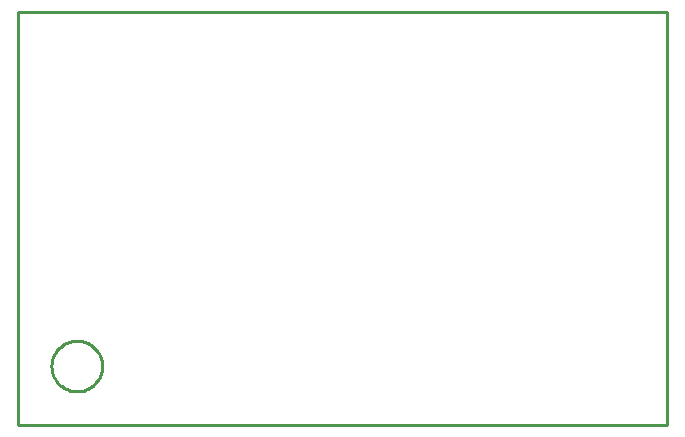
<source format=gbr>
G04 EAGLE Gerber RS-274X export*
G75*
%MOMM*%
%FSLAX34Y34*%
%LPD*%
%IN*%
%IPPOS*%
%AMOC8*
5,1,8,0,0,1.08239X$1,22.5*%
G01*
%ADD10C,0.254000*%


D10*
X0Y0D02*
X550000Y0D01*
X550000Y350000D01*
X0Y350000D01*
X0Y0D01*
X71500Y49350D02*
X71422Y48053D01*
X71265Y46764D01*
X71031Y45486D01*
X70720Y44224D01*
X70333Y42983D01*
X69872Y41769D01*
X69339Y40584D01*
X68735Y39433D01*
X68063Y38321D01*
X67325Y37252D01*
X66524Y36229D01*
X65662Y35257D01*
X64743Y34338D01*
X63771Y33476D01*
X62748Y32675D01*
X61679Y31937D01*
X60567Y31265D01*
X59416Y30661D01*
X58231Y30128D01*
X57017Y29667D01*
X55776Y29280D01*
X54515Y28969D01*
X53236Y28735D01*
X51947Y28578D01*
X50650Y28500D01*
X49350Y28500D01*
X48053Y28578D01*
X46764Y28735D01*
X45486Y28969D01*
X44224Y29280D01*
X42983Y29667D01*
X41769Y30128D01*
X40584Y30661D01*
X39433Y31265D01*
X38321Y31937D01*
X37252Y32675D01*
X36229Y33476D01*
X35257Y34338D01*
X34338Y35257D01*
X33476Y36229D01*
X32675Y37252D01*
X31937Y38321D01*
X31265Y39433D01*
X30661Y40584D01*
X30128Y41769D01*
X29667Y42983D01*
X29280Y44224D01*
X28969Y45486D01*
X28735Y46764D01*
X28578Y48053D01*
X28500Y49350D01*
X28500Y50650D01*
X28578Y51947D01*
X28735Y53236D01*
X28969Y54515D01*
X29280Y55776D01*
X29667Y57017D01*
X30128Y58231D01*
X30661Y59416D01*
X31265Y60567D01*
X31937Y61679D01*
X32675Y62748D01*
X33476Y63771D01*
X34338Y64743D01*
X35257Y65662D01*
X36229Y66524D01*
X37252Y67325D01*
X38321Y68063D01*
X39433Y68735D01*
X40584Y69339D01*
X41769Y69872D01*
X42983Y70333D01*
X44224Y70720D01*
X45486Y71031D01*
X46764Y71265D01*
X48053Y71422D01*
X49350Y71500D01*
X50650Y71500D01*
X51947Y71422D01*
X53236Y71265D01*
X54515Y71031D01*
X55776Y70720D01*
X57017Y70333D01*
X58231Y69872D01*
X59416Y69339D01*
X60567Y68735D01*
X61679Y68063D01*
X62748Y67325D01*
X63771Y66524D01*
X64743Y65662D01*
X65662Y64743D01*
X66524Y63771D01*
X67325Y62748D01*
X68063Y61679D01*
X68735Y60567D01*
X69339Y59416D01*
X69872Y58231D01*
X70333Y57017D01*
X70720Y55776D01*
X71031Y54515D01*
X71265Y53236D01*
X71422Y51947D01*
X71500Y50650D01*
X71500Y49350D01*
M02*

</source>
